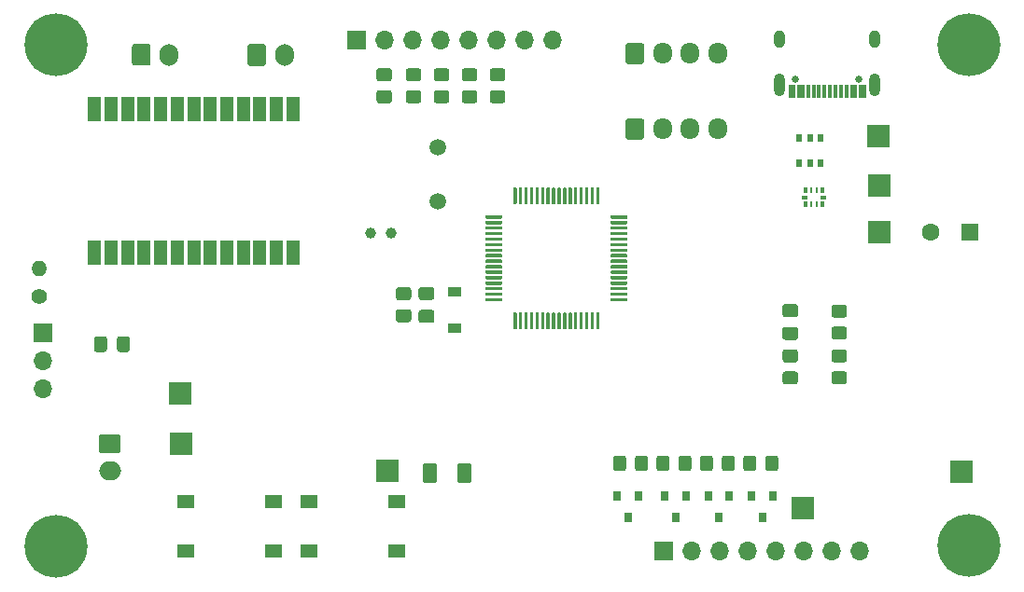
<source format=gbr>
G04 #@! TF.GenerationSoftware,KiCad,Pcbnew,5.1.8*
G04 #@! TF.CreationDate,2020-11-19T15:54:23+08:00*
G04 #@! TF.ProjectId,Main,4d61696e-2e6b-4696-9361-645f70636258,rev?*
G04 #@! TF.SameCoordinates,Original*
G04 #@! TF.FileFunction,Soldermask,Bot*
G04 #@! TF.FilePolarity,Negative*
%FSLAX46Y46*%
G04 Gerber Fmt 4.6, Leading zero omitted, Abs format (unit mm)*
G04 Created by KiCad (PCBNEW 5.1.8) date 2020-11-19 15:54:23*
%MOMM*%
%LPD*%
G01*
G04 APERTURE LIST*
%ADD10O,1.700000X1.700000*%
%ADD11R,1.700000X1.700000*%
%ADD12R,2.000000X2.000000*%
%ADD13O,1.700000X1.950000*%
%ADD14O,1.400000X1.400000*%
%ADD15C,1.400000*%
%ADD16C,1.500000*%
%ADD17C,1.000000*%
%ADD18O,1.700000X2.000000*%
%ADD19R,1.200000X0.900000*%
%ADD20R,0.630000X0.350000*%
%ADD21R,0.250000X0.575000*%
%ADD22R,0.300000X0.575000*%
%ADD23R,0.510000X0.700000*%
%ADD24R,1.600000X1.600000*%
%ADD25C,1.600000*%
%ADD26R,1.200000X2.200000*%
%ADD27R,1.550000X1.300000*%
%ADD28R,0.800000X0.900000*%
%ADD29O,1.000000X2.100000*%
%ADD30O,1.000000X1.600000*%
%ADD31C,0.650000*%
%ADD32R,0.300000X1.150000*%
%ADD33C,5.700000*%
%ADD34O,2.000000X1.700000*%
G04 APERTURE END LIST*
G04 #@! TO.C,U2*
G36*
G01*
X185457000Y-98640500D02*
X185457000Y-97240500D01*
G75*
G02*
X185532000Y-97165500I75000J0D01*
G01*
X185682000Y-97165500D01*
G75*
G02*
X185757000Y-97240500I0J-75000D01*
G01*
X185757000Y-98640500D01*
G75*
G02*
X185682000Y-98715500I-75000J0D01*
G01*
X185532000Y-98715500D01*
G75*
G02*
X185457000Y-98640500I0J75000D01*
G01*
G37*
G36*
G01*
X185957000Y-98640500D02*
X185957000Y-97240500D01*
G75*
G02*
X186032000Y-97165500I75000J0D01*
G01*
X186182000Y-97165500D01*
G75*
G02*
X186257000Y-97240500I0J-75000D01*
G01*
X186257000Y-98640500D01*
G75*
G02*
X186182000Y-98715500I-75000J0D01*
G01*
X186032000Y-98715500D01*
G75*
G02*
X185957000Y-98640500I0J75000D01*
G01*
G37*
G36*
G01*
X186457000Y-98640500D02*
X186457000Y-97240500D01*
G75*
G02*
X186532000Y-97165500I75000J0D01*
G01*
X186682000Y-97165500D01*
G75*
G02*
X186757000Y-97240500I0J-75000D01*
G01*
X186757000Y-98640500D01*
G75*
G02*
X186682000Y-98715500I-75000J0D01*
G01*
X186532000Y-98715500D01*
G75*
G02*
X186457000Y-98640500I0J75000D01*
G01*
G37*
G36*
G01*
X186957000Y-98640500D02*
X186957000Y-97240500D01*
G75*
G02*
X187032000Y-97165500I75000J0D01*
G01*
X187182000Y-97165500D01*
G75*
G02*
X187257000Y-97240500I0J-75000D01*
G01*
X187257000Y-98640500D01*
G75*
G02*
X187182000Y-98715500I-75000J0D01*
G01*
X187032000Y-98715500D01*
G75*
G02*
X186957000Y-98640500I0J75000D01*
G01*
G37*
G36*
G01*
X187457000Y-98640500D02*
X187457000Y-97240500D01*
G75*
G02*
X187532000Y-97165500I75000J0D01*
G01*
X187682000Y-97165500D01*
G75*
G02*
X187757000Y-97240500I0J-75000D01*
G01*
X187757000Y-98640500D01*
G75*
G02*
X187682000Y-98715500I-75000J0D01*
G01*
X187532000Y-98715500D01*
G75*
G02*
X187457000Y-98640500I0J75000D01*
G01*
G37*
G36*
G01*
X187957000Y-98640500D02*
X187957000Y-97240500D01*
G75*
G02*
X188032000Y-97165500I75000J0D01*
G01*
X188182000Y-97165500D01*
G75*
G02*
X188257000Y-97240500I0J-75000D01*
G01*
X188257000Y-98640500D01*
G75*
G02*
X188182000Y-98715500I-75000J0D01*
G01*
X188032000Y-98715500D01*
G75*
G02*
X187957000Y-98640500I0J75000D01*
G01*
G37*
G36*
G01*
X188457000Y-98640500D02*
X188457000Y-97240500D01*
G75*
G02*
X188532000Y-97165500I75000J0D01*
G01*
X188682000Y-97165500D01*
G75*
G02*
X188757000Y-97240500I0J-75000D01*
G01*
X188757000Y-98640500D01*
G75*
G02*
X188682000Y-98715500I-75000J0D01*
G01*
X188532000Y-98715500D01*
G75*
G02*
X188457000Y-98640500I0J75000D01*
G01*
G37*
G36*
G01*
X188957000Y-98640500D02*
X188957000Y-97240500D01*
G75*
G02*
X189032000Y-97165500I75000J0D01*
G01*
X189182000Y-97165500D01*
G75*
G02*
X189257000Y-97240500I0J-75000D01*
G01*
X189257000Y-98640500D01*
G75*
G02*
X189182000Y-98715500I-75000J0D01*
G01*
X189032000Y-98715500D01*
G75*
G02*
X188957000Y-98640500I0J75000D01*
G01*
G37*
G36*
G01*
X189457000Y-98640500D02*
X189457000Y-97240500D01*
G75*
G02*
X189532000Y-97165500I75000J0D01*
G01*
X189682000Y-97165500D01*
G75*
G02*
X189757000Y-97240500I0J-75000D01*
G01*
X189757000Y-98640500D01*
G75*
G02*
X189682000Y-98715500I-75000J0D01*
G01*
X189532000Y-98715500D01*
G75*
G02*
X189457000Y-98640500I0J75000D01*
G01*
G37*
G36*
G01*
X189957000Y-98640500D02*
X189957000Y-97240500D01*
G75*
G02*
X190032000Y-97165500I75000J0D01*
G01*
X190182000Y-97165500D01*
G75*
G02*
X190257000Y-97240500I0J-75000D01*
G01*
X190257000Y-98640500D01*
G75*
G02*
X190182000Y-98715500I-75000J0D01*
G01*
X190032000Y-98715500D01*
G75*
G02*
X189957000Y-98640500I0J75000D01*
G01*
G37*
G36*
G01*
X190457000Y-98640500D02*
X190457000Y-97240500D01*
G75*
G02*
X190532000Y-97165500I75000J0D01*
G01*
X190682000Y-97165500D01*
G75*
G02*
X190757000Y-97240500I0J-75000D01*
G01*
X190757000Y-98640500D01*
G75*
G02*
X190682000Y-98715500I-75000J0D01*
G01*
X190532000Y-98715500D01*
G75*
G02*
X190457000Y-98640500I0J75000D01*
G01*
G37*
G36*
G01*
X190957000Y-98640500D02*
X190957000Y-97240500D01*
G75*
G02*
X191032000Y-97165500I75000J0D01*
G01*
X191182000Y-97165500D01*
G75*
G02*
X191257000Y-97240500I0J-75000D01*
G01*
X191257000Y-98640500D01*
G75*
G02*
X191182000Y-98715500I-75000J0D01*
G01*
X191032000Y-98715500D01*
G75*
G02*
X190957000Y-98640500I0J75000D01*
G01*
G37*
G36*
G01*
X191457000Y-98640500D02*
X191457000Y-97240500D01*
G75*
G02*
X191532000Y-97165500I75000J0D01*
G01*
X191682000Y-97165500D01*
G75*
G02*
X191757000Y-97240500I0J-75000D01*
G01*
X191757000Y-98640500D01*
G75*
G02*
X191682000Y-98715500I-75000J0D01*
G01*
X191532000Y-98715500D01*
G75*
G02*
X191457000Y-98640500I0J75000D01*
G01*
G37*
G36*
G01*
X191957000Y-98640500D02*
X191957000Y-97240500D01*
G75*
G02*
X192032000Y-97165500I75000J0D01*
G01*
X192182000Y-97165500D01*
G75*
G02*
X192257000Y-97240500I0J-75000D01*
G01*
X192257000Y-98640500D01*
G75*
G02*
X192182000Y-98715500I-75000J0D01*
G01*
X192032000Y-98715500D01*
G75*
G02*
X191957000Y-98640500I0J75000D01*
G01*
G37*
G36*
G01*
X192457000Y-98640500D02*
X192457000Y-97240500D01*
G75*
G02*
X192532000Y-97165500I75000J0D01*
G01*
X192682000Y-97165500D01*
G75*
G02*
X192757000Y-97240500I0J-75000D01*
G01*
X192757000Y-98640500D01*
G75*
G02*
X192682000Y-98715500I-75000J0D01*
G01*
X192532000Y-98715500D01*
G75*
G02*
X192457000Y-98640500I0J75000D01*
G01*
G37*
G36*
G01*
X192957000Y-98640500D02*
X192957000Y-97240500D01*
G75*
G02*
X193032000Y-97165500I75000J0D01*
G01*
X193182000Y-97165500D01*
G75*
G02*
X193257000Y-97240500I0J-75000D01*
G01*
X193257000Y-98640500D01*
G75*
G02*
X193182000Y-98715500I-75000J0D01*
G01*
X193032000Y-98715500D01*
G75*
G02*
X192957000Y-98640500I0J75000D01*
G01*
G37*
G36*
G01*
X194257000Y-96090500D02*
X194257000Y-95940500D01*
G75*
G02*
X194332000Y-95865500I75000J0D01*
G01*
X195732000Y-95865500D01*
G75*
G02*
X195807000Y-95940500I0J-75000D01*
G01*
X195807000Y-96090500D01*
G75*
G02*
X195732000Y-96165500I-75000J0D01*
G01*
X194332000Y-96165500D01*
G75*
G02*
X194257000Y-96090500I0J75000D01*
G01*
G37*
G36*
G01*
X194257000Y-95590500D02*
X194257000Y-95440500D01*
G75*
G02*
X194332000Y-95365500I75000J0D01*
G01*
X195732000Y-95365500D01*
G75*
G02*
X195807000Y-95440500I0J-75000D01*
G01*
X195807000Y-95590500D01*
G75*
G02*
X195732000Y-95665500I-75000J0D01*
G01*
X194332000Y-95665500D01*
G75*
G02*
X194257000Y-95590500I0J75000D01*
G01*
G37*
G36*
G01*
X194257000Y-95090500D02*
X194257000Y-94940500D01*
G75*
G02*
X194332000Y-94865500I75000J0D01*
G01*
X195732000Y-94865500D01*
G75*
G02*
X195807000Y-94940500I0J-75000D01*
G01*
X195807000Y-95090500D01*
G75*
G02*
X195732000Y-95165500I-75000J0D01*
G01*
X194332000Y-95165500D01*
G75*
G02*
X194257000Y-95090500I0J75000D01*
G01*
G37*
G36*
G01*
X194257000Y-94590500D02*
X194257000Y-94440500D01*
G75*
G02*
X194332000Y-94365500I75000J0D01*
G01*
X195732000Y-94365500D01*
G75*
G02*
X195807000Y-94440500I0J-75000D01*
G01*
X195807000Y-94590500D01*
G75*
G02*
X195732000Y-94665500I-75000J0D01*
G01*
X194332000Y-94665500D01*
G75*
G02*
X194257000Y-94590500I0J75000D01*
G01*
G37*
G36*
G01*
X194257000Y-94090500D02*
X194257000Y-93940500D01*
G75*
G02*
X194332000Y-93865500I75000J0D01*
G01*
X195732000Y-93865500D01*
G75*
G02*
X195807000Y-93940500I0J-75000D01*
G01*
X195807000Y-94090500D01*
G75*
G02*
X195732000Y-94165500I-75000J0D01*
G01*
X194332000Y-94165500D01*
G75*
G02*
X194257000Y-94090500I0J75000D01*
G01*
G37*
G36*
G01*
X194257000Y-93590500D02*
X194257000Y-93440500D01*
G75*
G02*
X194332000Y-93365500I75000J0D01*
G01*
X195732000Y-93365500D01*
G75*
G02*
X195807000Y-93440500I0J-75000D01*
G01*
X195807000Y-93590500D01*
G75*
G02*
X195732000Y-93665500I-75000J0D01*
G01*
X194332000Y-93665500D01*
G75*
G02*
X194257000Y-93590500I0J75000D01*
G01*
G37*
G36*
G01*
X194257000Y-93090500D02*
X194257000Y-92940500D01*
G75*
G02*
X194332000Y-92865500I75000J0D01*
G01*
X195732000Y-92865500D01*
G75*
G02*
X195807000Y-92940500I0J-75000D01*
G01*
X195807000Y-93090500D01*
G75*
G02*
X195732000Y-93165500I-75000J0D01*
G01*
X194332000Y-93165500D01*
G75*
G02*
X194257000Y-93090500I0J75000D01*
G01*
G37*
G36*
G01*
X194257000Y-92590500D02*
X194257000Y-92440500D01*
G75*
G02*
X194332000Y-92365500I75000J0D01*
G01*
X195732000Y-92365500D01*
G75*
G02*
X195807000Y-92440500I0J-75000D01*
G01*
X195807000Y-92590500D01*
G75*
G02*
X195732000Y-92665500I-75000J0D01*
G01*
X194332000Y-92665500D01*
G75*
G02*
X194257000Y-92590500I0J75000D01*
G01*
G37*
G36*
G01*
X194257000Y-92090500D02*
X194257000Y-91940500D01*
G75*
G02*
X194332000Y-91865500I75000J0D01*
G01*
X195732000Y-91865500D01*
G75*
G02*
X195807000Y-91940500I0J-75000D01*
G01*
X195807000Y-92090500D01*
G75*
G02*
X195732000Y-92165500I-75000J0D01*
G01*
X194332000Y-92165500D01*
G75*
G02*
X194257000Y-92090500I0J75000D01*
G01*
G37*
G36*
G01*
X194257000Y-91590500D02*
X194257000Y-91440500D01*
G75*
G02*
X194332000Y-91365500I75000J0D01*
G01*
X195732000Y-91365500D01*
G75*
G02*
X195807000Y-91440500I0J-75000D01*
G01*
X195807000Y-91590500D01*
G75*
G02*
X195732000Y-91665500I-75000J0D01*
G01*
X194332000Y-91665500D01*
G75*
G02*
X194257000Y-91590500I0J75000D01*
G01*
G37*
G36*
G01*
X194257000Y-91090500D02*
X194257000Y-90940500D01*
G75*
G02*
X194332000Y-90865500I75000J0D01*
G01*
X195732000Y-90865500D01*
G75*
G02*
X195807000Y-90940500I0J-75000D01*
G01*
X195807000Y-91090500D01*
G75*
G02*
X195732000Y-91165500I-75000J0D01*
G01*
X194332000Y-91165500D01*
G75*
G02*
X194257000Y-91090500I0J75000D01*
G01*
G37*
G36*
G01*
X194257000Y-90590500D02*
X194257000Y-90440500D01*
G75*
G02*
X194332000Y-90365500I75000J0D01*
G01*
X195732000Y-90365500D01*
G75*
G02*
X195807000Y-90440500I0J-75000D01*
G01*
X195807000Y-90590500D01*
G75*
G02*
X195732000Y-90665500I-75000J0D01*
G01*
X194332000Y-90665500D01*
G75*
G02*
X194257000Y-90590500I0J75000D01*
G01*
G37*
G36*
G01*
X194257000Y-90090500D02*
X194257000Y-89940500D01*
G75*
G02*
X194332000Y-89865500I75000J0D01*
G01*
X195732000Y-89865500D01*
G75*
G02*
X195807000Y-89940500I0J-75000D01*
G01*
X195807000Y-90090500D01*
G75*
G02*
X195732000Y-90165500I-75000J0D01*
G01*
X194332000Y-90165500D01*
G75*
G02*
X194257000Y-90090500I0J75000D01*
G01*
G37*
G36*
G01*
X194257000Y-89590500D02*
X194257000Y-89440500D01*
G75*
G02*
X194332000Y-89365500I75000J0D01*
G01*
X195732000Y-89365500D01*
G75*
G02*
X195807000Y-89440500I0J-75000D01*
G01*
X195807000Y-89590500D01*
G75*
G02*
X195732000Y-89665500I-75000J0D01*
G01*
X194332000Y-89665500D01*
G75*
G02*
X194257000Y-89590500I0J75000D01*
G01*
G37*
G36*
G01*
X194257000Y-89090500D02*
X194257000Y-88940500D01*
G75*
G02*
X194332000Y-88865500I75000J0D01*
G01*
X195732000Y-88865500D01*
G75*
G02*
X195807000Y-88940500I0J-75000D01*
G01*
X195807000Y-89090500D01*
G75*
G02*
X195732000Y-89165500I-75000J0D01*
G01*
X194332000Y-89165500D01*
G75*
G02*
X194257000Y-89090500I0J75000D01*
G01*
G37*
G36*
G01*
X194257000Y-88590500D02*
X194257000Y-88440500D01*
G75*
G02*
X194332000Y-88365500I75000J0D01*
G01*
X195732000Y-88365500D01*
G75*
G02*
X195807000Y-88440500I0J-75000D01*
G01*
X195807000Y-88590500D01*
G75*
G02*
X195732000Y-88665500I-75000J0D01*
G01*
X194332000Y-88665500D01*
G75*
G02*
X194257000Y-88590500I0J75000D01*
G01*
G37*
G36*
G01*
X192957000Y-87290500D02*
X192957000Y-85890500D01*
G75*
G02*
X193032000Y-85815500I75000J0D01*
G01*
X193182000Y-85815500D01*
G75*
G02*
X193257000Y-85890500I0J-75000D01*
G01*
X193257000Y-87290500D01*
G75*
G02*
X193182000Y-87365500I-75000J0D01*
G01*
X193032000Y-87365500D01*
G75*
G02*
X192957000Y-87290500I0J75000D01*
G01*
G37*
G36*
G01*
X192457000Y-87290500D02*
X192457000Y-85890500D01*
G75*
G02*
X192532000Y-85815500I75000J0D01*
G01*
X192682000Y-85815500D01*
G75*
G02*
X192757000Y-85890500I0J-75000D01*
G01*
X192757000Y-87290500D01*
G75*
G02*
X192682000Y-87365500I-75000J0D01*
G01*
X192532000Y-87365500D01*
G75*
G02*
X192457000Y-87290500I0J75000D01*
G01*
G37*
G36*
G01*
X191957000Y-87290500D02*
X191957000Y-85890500D01*
G75*
G02*
X192032000Y-85815500I75000J0D01*
G01*
X192182000Y-85815500D01*
G75*
G02*
X192257000Y-85890500I0J-75000D01*
G01*
X192257000Y-87290500D01*
G75*
G02*
X192182000Y-87365500I-75000J0D01*
G01*
X192032000Y-87365500D01*
G75*
G02*
X191957000Y-87290500I0J75000D01*
G01*
G37*
G36*
G01*
X191457000Y-87290500D02*
X191457000Y-85890500D01*
G75*
G02*
X191532000Y-85815500I75000J0D01*
G01*
X191682000Y-85815500D01*
G75*
G02*
X191757000Y-85890500I0J-75000D01*
G01*
X191757000Y-87290500D01*
G75*
G02*
X191682000Y-87365500I-75000J0D01*
G01*
X191532000Y-87365500D01*
G75*
G02*
X191457000Y-87290500I0J75000D01*
G01*
G37*
G36*
G01*
X190957000Y-87290500D02*
X190957000Y-85890500D01*
G75*
G02*
X191032000Y-85815500I75000J0D01*
G01*
X191182000Y-85815500D01*
G75*
G02*
X191257000Y-85890500I0J-75000D01*
G01*
X191257000Y-87290500D01*
G75*
G02*
X191182000Y-87365500I-75000J0D01*
G01*
X191032000Y-87365500D01*
G75*
G02*
X190957000Y-87290500I0J75000D01*
G01*
G37*
G36*
G01*
X190457000Y-87290500D02*
X190457000Y-85890500D01*
G75*
G02*
X190532000Y-85815500I75000J0D01*
G01*
X190682000Y-85815500D01*
G75*
G02*
X190757000Y-85890500I0J-75000D01*
G01*
X190757000Y-87290500D01*
G75*
G02*
X190682000Y-87365500I-75000J0D01*
G01*
X190532000Y-87365500D01*
G75*
G02*
X190457000Y-87290500I0J75000D01*
G01*
G37*
G36*
G01*
X189957000Y-87290500D02*
X189957000Y-85890500D01*
G75*
G02*
X190032000Y-85815500I75000J0D01*
G01*
X190182000Y-85815500D01*
G75*
G02*
X190257000Y-85890500I0J-75000D01*
G01*
X190257000Y-87290500D01*
G75*
G02*
X190182000Y-87365500I-75000J0D01*
G01*
X190032000Y-87365500D01*
G75*
G02*
X189957000Y-87290500I0J75000D01*
G01*
G37*
G36*
G01*
X189457000Y-87290500D02*
X189457000Y-85890500D01*
G75*
G02*
X189532000Y-85815500I75000J0D01*
G01*
X189682000Y-85815500D01*
G75*
G02*
X189757000Y-85890500I0J-75000D01*
G01*
X189757000Y-87290500D01*
G75*
G02*
X189682000Y-87365500I-75000J0D01*
G01*
X189532000Y-87365500D01*
G75*
G02*
X189457000Y-87290500I0J75000D01*
G01*
G37*
G36*
G01*
X188957000Y-87290500D02*
X188957000Y-85890500D01*
G75*
G02*
X189032000Y-85815500I75000J0D01*
G01*
X189182000Y-85815500D01*
G75*
G02*
X189257000Y-85890500I0J-75000D01*
G01*
X189257000Y-87290500D01*
G75*
G02*
X189182000Y-87365500I-75000J0D01*
G01*
X189032000Y-87365500D01*
G75*
G02*
X188957000Y-87290500I0J75000D01*
G01*
G37*
G36*
G01*
X188457000Y-87290500D02*
X188457000Y-85890500D01*
G75*
G02*
X188532000Y-85815500I75000J0D01*
G01*
X188682000Y-85815500D01*
G75*
G02*
X188757000Y-85890500I0J-75000D01*
G01*
X188757000Y-87290500D01*
G75*
G02*
X188682000Y-87365500I-75000J0D01*
G01*
X188532000Y-87365500D01*
G75*
G02*
X188457000Y-87290500I0J75000D01*
G01*
G37*
G36*
G01*
X187957000Y-87290500D02*
X187957000Y-85890500D01*
G75*
G02*
X188032000Y-85815500I75000J0D01*
G01*
X188182000Y-85815500D01*
G75*
G02*
X188257000Y-85890500I0J-75000D01*
G01*
X188257000Y-87290500D01*
G75*
G02*
X188182000Y-87365500I-75000J0D01*
G01*
X188032000Y-87365500D01*
G75*
G02*
X187957000Y-87290500I0J75000D01*
G01*
G37*
G36*
G01*
X187457000Y-87290500D02*
X187457000Y-85890500D01*
G75*
G02*
X187532000Y-85815500I75000J0D01*
G01*
X187682000Y-85815500D01*
G75*
G02*
X187757000Y-85890500I0J-75000D01*
G01*
X187757000Y-87290500D01*
G75*
G02*
X187682000Y-87365500I-75000J0D01*
G01*
X187532000Y-87365500D01*
G75*
G02*
X187457000Y-87290500I0J75000D01*
G01*
G37*
G36*
G01*
X186957000Y-87290500D02*
X186957000Y-85890500D01*
G75*
G02*
X187032000Y-85815500I75000J0D01*
G01*
X187182000Y-85815500D01*
G75*
G02*
X187257000Y-85890500I0J-75000D01*
G01*
X187257000Y-87290500D01*
G75*
G02*
X187182000Y-87365500I-75000J0D01*
G01*
X187032000Y-87365500D01*
G75*
G02*
X186957000Y-87290500I0J75000D01*
G01*
G37*
G36*
G01*
X186457000Y-87290500D02*
X186457000Y-85890500D01*
G75*
G02*
X186532000Y-85815500I75000J0D01*
G01*
X186682000Y-85815500D01*
G75*
G02*
X186757000Y-85890500I0J-75000D01*
G01*
X186757000Y-87290500D01*
G75*
G02*
X186682000Y-87365500I-75000J0D01*
G01*
X186532000Y-87365500D01*
G75*
G02*
X186457000Y-87290500I0J75000D01*
G01*
G37*
G36*
G01*
X185957000Y-87290500D02*
X185957000Y-85890500D01*
G75*
G02*
X186032000Y-85815500I75000J0D01*
G01*
X186182000Y-85815500D01*
G75*
G02*
X186257000Y-85890500I0J-75000D01*
G01*
X186257000Y-87290500D01*
G75*
G02*
X186182000Y-87365500I-75000J0D01*
G01*
X186032000Y-87365500D01*
G75*
G02*
X185957000Y-87290500I0J75000D01*
G01*
G37*
G36*
G01*
X185457000Y-87290500D02*
X185457000Y-85890500D01*
G75*
G02*
X185532000Y-85815500I75000J0D01*
G01*
X185682000Y-85815500D01*
G75*
G02*
X185757000Y-85890500I0J-75000D01*
G01*
X185757000Y-87290500D01*
G75*
G02*
X185682000Y-87365500I-75000J0D01*
G01*
X185532000Y-87365500D01*
G75*
G02*
X185457000Y-87290500I0J75000D01*
G01*
G37*
G36*
G01*
X182907000Y-88590500D02*
X182907000Y-88440500D01*
G75*
G02*
X182982000Y-88365500I75000J0D01*
G01*
X184382000Y-88365500D01*
G75*
G02*
X184457000Y-88440500I0J-75000D01*
G01*
X184457000Y-88590500D01*
G75*
G02*
X184382000Y-88665500I-75000J0D01*
G01*
X182982000Y-88665500D01*
G75*
G02*
X182907000Y-88590500I0J75000D01*
G01*
G37*
G36*
G01*
X182907000Y-89090500D02*
X182907000Y-88940500D01*
G75*
G02*
X182982000Y-88865500I75000J0D01*
G01*
X184382000Y-88865500D01*
G75*
G02*
X184457000Y-88940500I0J-75000D01*
G01*
X184457000Y-89090500D01*
G75*
G02*
X184382000Y-89165500I-75000J0D01*
G01*
X182982000Y-89165500D01*
G75*
G02*
X182907000Y-89090500I0J75000D01*
G01*
G37*
G36*
G01*
X182907000Y-89590500D02*
X182907000Y-89440500D01*
G75*
G02*
X182982000Y-89365500I75000J0D01*
G01*
X184382000Y-89365500D01*
G75*
G02*
X184457000Y-89440500I0J-75000D01*
G01*
X184457000Y-89590500D01*
G75*
G02*
X184382000Y-89665500I-75000J0D01*
G01*
X182982000Y-89665500D01*
G75*
G02*
X182907000Y-89590500I0J75000D01*
G01*
G37*
G36*
G01*
X182907000Y-90090500D02*
X182907000Y-89940500D01*
G75*
G02*
X182982000Y-89865500I75000J0D01*
G01*
X184382000Y-89865500D01*
G75*
G02*
X184457000Y-89940500I0J-75000D01*
G01*
X184457000Y-90090500D01*
G75*
G02*
X184382000Y-90165500I-75000J0D01*
G01*
X182982000Y-90165500D01*
G75*
G02*
X182907000Y-90090500I0J75000D01*
G01*
G37*
G36*
G01*
X182907000Y-90590500D02*
X182907000Y-90440500D01*
G75*
G02*
X182982000Y-90365500I75000J0D01*
G01*
X184382000Y-90365500D01*
G75*
G02*
X184457000Y-90440500I0J-75000D01*
G01*
X184457000Y-90590500D01*
G75*
G02*
X184382000Y-90665500I-75000J0D01*
G01*
X182982000Y-90665500D01*
G75*
G02*
X182907000Y-90590500I0J75000D01*
G01*
G37*
G36*
G01*
X182907000Y-91090500D02*
X182907000Y-90940500D01*
G75*
G02*
X182982000Y-90865500I75000J0D01*
G01*
X184382000Y-90865500D01*
G75*
G02*
X184457000Y-90940500I0J-75000D01*
G01*
X184457000Y-91090500D01*
G75*
G02*
X184382000Y-91165500I-75000J0D01*
G01*
X182982000Y-91165500D01*
G75*
G02*
X182907000Y-91090500I0J75000D01*
G01*
G37*
G36*
G01*
X182907000Y-91590500D02*
X182907000Y-91440500D01*
G75*
G02*
X182982000Y-91365500I75000J0D01*
G01*
X184382000Y-91365500D01*
G75*
G02*
X184457000Y-91440500I0J-75000D01*
G01*
X184457000Y-91590500D01*
G75*
G02*
X184382000Y-91665500I-75000J0D01*
G01*
X182982000Y-91665500D01*
G75*
G02*
X182907000Y-91590500I0J75000D01*
G01*
G37*
G36*
G01*
X182907000Y-92090500D02*
X182907000Y-91940500D01*
G75*
G02*
X182982000Y-91865500I75000J0D01*
G01*
X184382000Y-91865500D01*
G75*
G02*
X184457000Y-91940500I0J-75000D01*
G01*
X184457000Y-92090500D01*
G75*
G02*
X184382000Y-92165500I-75000J0D01*
G01*
X182982000Y-92165500D01*
G75*
G02*
X182907000Y-92090500I0J75000D01*
G01*
G37*
G36*
G01*
X182907000Y-92590500D02*
X182907000Y-92440500D01*
G75*
G02*
X182982000Y-92365500I75000J0D01*
G01*
X184382000Y-92365500D01*
G75*
G02*
X184457000Y-92440500I0J-75000D01*
G01*
X184457000Y-92590500D01*
G75*
G02*
X184382000Y-92665500I-75000J0D01*
G01*
X182982000Y-92665500D01*
G75*
G02*
X182907000Y-92590500I0J75000D01*
G01*
G37*
G36*
G01*
X182907000Y-93090500D02*
X182907000Y-92940500D01*
G75*
G02*
X182982000Y-92865500I75000J0D01*
G01*
X184382000Y-92865500D01*
G75*
G02*
X184457000Y-92940500I0J-75000D01*
G01*
X184457000Y-93090500D01*
G75*
G02*
X184382000Y-93165500I-75000J0D01*
G01*
X182982000Y-93165500D01*
G75*
G02*
X182907000Y-93090500I0J75000D01*
G01*
G37*
G36*
G01*
X182907000Y-93590500D02*
X182907000Y-93440500D01*
G75*
G02*
X182982000Y-93365500I75000J0D01*
G01*
X184382000Y-93365500D01*
G75*
G02*
X184457000Y-93440500I0J-75000D01*
G01*
X184457000Y-93590500D01*
G75*
G02*
X184382000Y-93665500I-75000J0D01*
G01*
X182982000Y-93665500D01*
G75*
G02*
X182907000Y-93590500I0J75000D01*
G01*
G37*
G36*
G01*
X182907000Y-94090500D02*
X182907000Y-93940500D01*
G75*
G02*
X182982000Y-93865500I75000J0D01*
G01*
X184382000Y-93865500D01*
G75*
G02*
X184457000Y-93940500I0J-75000D01*
G01*
X184457000Y-94090500D01*
G75*
G02*
X184382000Y-94165500I-75000J0D01*
G01*
X182982000Y-94165500D01*
G75*
G02*
X182907000Y-94090500I0J75000D01*
G01*
G37*
G36*
G01*
X182907000Y-94590500D02*
X182907000Y-94440500D01*
G75*
G02*
X182982000Y-94365500I75000J0D01*
G01*
X184382000Y-94365500D01*
G75*
G02*
X184457000Y-94440500I0J-75000D01*
G01*
X184457000Y-94590500D01*
G75*
G02*
X184382000Y-94665500I-75000J0D01*
G01*
X182982000Y-94665500D01*
G75*
G02*
X182907000Y-94590500I0J75000D01*
G01*
G37*
G36*
G01*
X182907000Y-95090500D02*
X182907000Y-94940500D01*
G75*
G02*
X182982000Y-94865500I75000J0D01*
G01*
X184382000Y-94865500D01*
G75*
G02*
X184457000Y-94940500I0J-75000D01*
G01*
X184457000Y-95090500D01*
G75*
G02*
X184382000Y-95165500I-75000J0D01*
G01*
X182982000Y-95165500D01*
G75*
G02*
X182907000Y-95090500I0J75000D01*
G01*
G37*
G36*
G01*
X182907000Y-95590500D02*
X182907000Y-95440500D01*
G75*
G02*
X182982000Y-95365500I75000J0D01*
G01*
X184382000Y-95365500D01*
G75*
G02*
X184457000Y-95440500I0J-75000D01*
G01*
X184457000Y-95590500D01*
G75*
G02*
X184382000Y-95665500I-75000J0D01*
G01*
X182982000Y-95665500D01*
G75*
G02*
X182907000Y-95590500I0J75000D01*
G01*
G37*
G36*
G01*
X182907000Y-96090500D02*
X182907000Y-95940500D01*
G75*
G02*
X182982000Y-95865500I75000J0D01*
G01*
X184382000Y-95865500D01*
G75*
G02*
X184457000Y-95940500I0J-75000D01*
G01*
X184457000Y-96090500D01*
G75*
G02*
X184382000Y-96165500I-75000J0D01*
G01*
X182982000Y-96165500D01*
G75*
G02*
X182907000Y-96090500I0J75000D01*
G01*
G37*
G04 #@! TD*
D10*
G04 #@! TO.C,J5*
X142748000Y-104140000D03*
X142748000Y-101600000D03*
D11*
X142748000Y-99060000D03*
G04 #@! TD*
D12*
G04 #@! TO.C,TP8*
X155194000Y-104521000D03*
G04 #@! TD*
D13*
G04 #@! TO.C,J2*
X203969000Y-73660000D03*
X201469000Y-73660000D03*
X198969000Y-73660000D03*
G36*
G01*
X195619000Y-74385000D02*
X195619000Y-72935000D01*
G75*
G02*
X195869000Y-72685000I250000J0D01*
G01*
X197069000Y-72685000D01*
G75*
G02*
X197319000Y-72935000I0J-250000D01*
G01*
X197319000Y-74385000D01*
G75*
G02*
X197069000Y-74635000I-250000J0D01*
G01*
X195869000Y-74635000D01*
G75*
G02*
X195619000Y-74385000I0J250000D01*
G01*
G37*
G04 #@! TD*
G04 #@! TO.C,J1*
X203969000Y-80518000D03*
X201469000Y-80518000D03*
X198969000Y-80518000D03*
G36*
G01*
X195619000Y-81243000D02*
X195619000Y-79793000D01*
G75*
G02*
X195869000Y-79543000I250000J0D01*
G01*
X197069000Y-79543000D01*
G75*
G02*
X197319000Y-79793000I0J-250000D01*
G01*
X197319000Y-81243000D01*
G75*
G02*
X197069000Y-81493000I-250000J0D01*
G01*
X195869000Y-81493000D01*
G75*
G02*
X195619000Y-81243000I0J250000D01*
G01*
G37*
G04 #@! TD*
G04 #@! TO.C,R39*
G36*
G01*
X196488000Y-111321001D02*
X196488000Y-110420999D01*
G75*
G02*
X196737999Y-110171000I249999J0D01*
G01*
X197438001Y-110171000D01*
G75*
G02*
X197688000Y-110420999I0J-249999D01*
G01*
X197688000Y-111321001D01*
G75*
G02*
X197438001Y-111571000I-249999J0D01*
G01*
X196737999Y-111571000D01*
G75*
G02*
X196488000Y-111321001I0J249999D01*
G01*
G37*
G36*
G01*
X194488000Y-111321001D02*
X194488000Y-110420999D01*
G75*
G02*
X194737999Y-110171000I249999J0D01*
G01*
X195438001Y-110171000D01*
G75*
G02*
X195688000Y-110420999I0J-249999D01*
G01*
X195688000Y-111321001D01*
G75*
G02*
X195438001Y-111571000I-249999J0D01*
G01*
X194737999Y-111571000D01*
G75*
G02*
X194488000Y-111321001I0J249999D01*
G01*
G37*
G04 #@! TD*
G04 #@! TO.C,R38*
G36*
G01*
X200425000Y-111321001D02*
X200425000Y-110420999D01*
G75*
G02*
X200674999Y-110171000I249999J0D01*
G01*
X201375001Y-110171000D01*
G75*
G02*
X201625000Y-110420999I0J-249999D01*
G01*
X201625000Y-111321001D01*
G75*
G02*
X201375001Y-111571000I-249999J0D01*
G01*
X200674999Y-111571000D01*
G75*
G02*
X200425000Y-111321001I0J249999D01*
G01*
G37*
G36*
G01*
X198425000Y-111321001D02*
X198425000Y-110420999D01*
G75*
G02*
X198674999Y-110171000I249999J0D01*
G01*
X199375001Y-110171000D01*
G75*
G02*
X199625000Y-110420999I0J-249999D01*
G01*
X199625000Y-111321001D01*
G75*
G02*
X199375001Y-111571000I-249999J0D01*
G01*
X198674999Y-111571000D01*
G75*
G02*
X198425000Y-111321001I0J249999D01*
G01*
G37*
G04 #@! TD*
G04 #@! TO.C,R37*
G36*
G01*
X204362000Y-111321001D02*
X204362000Y-110420999D01*
G75*
G02*
X204611999Y-110171000I249999J0D01*
G01*
X205312001Y-110171000D01*
G75*
G02*
X205562000Y-110420999I0J-249999D01*
G01*
X205562000Y-111321001D01*
G75*
G02*
X205312001Y-111571000I-249999J0D01*
G01*
X204611999Y-111571000D01*
G75*
G02*
X204362000Y-111321001I0J249999D01*
G01*
G37*
G36*
G01*
X202362000Y-111321001D02*
X202362000Y-110420999D01*
G75*
G02*
X202611999Y-110171000I249999J0D01*
G01*
X203312001Y-110171000D01*
G75*
G02*
X203562000Y-110420999I0J-249999D01*
G01*
X203562000Y-111321001D01*
G75*
G02*
X203312001Y-111571000I-249999J0D01*
G01*
X202611999Y-111571000D01*
G75*
G02*
X202362000Y-111321001I0J249999D01*
G01*
G37*
G04 #@! TD*
G04 #@! TO.C,R36*
G36*
G01*
X208299000Y-111321001D02*
X208299000Y-110420999D01*
G75*
G02*
X208548999Y-110171000I249999J0D01*
G01*
X209249001Y-110171000D01*
G75*
G02*
X209499000Y-110420999I0J-249999D01*
G01*
X209499000Y-111321001D01*
G75*
G02*
X209249001Y-111571000I-249999J0D01*
G01*
X208548999Y-111571000D01*
G75*
G02*
X208299000Y-111321001I0J249999D01*
G01*
G37*
G36*
G01*
X206299000Y-111321001D02*
X206299000Y-110420999D01*
G75*
G02*
X206548999Y-110171000I249999J0D01*
G01*
X207249001Y-110171000D01*
G75*
G02*
X207499000Y-110420999I0J-249999D01*
G01*
X207499000Y-111321001D01*
G75*
G02*
X207249001Y-111571000I-249999J0D01*
G01*
X206548999Y-111571000D01*
G75*
G02*
X206299000Y-111321001I0J249999D01*
G01*
G37*
G04 #@! TD*
G04 #@! TO.C,R28*
G36*
G01*
X210115999Y-102517000D02*
X211016001Y-102517000D01*
G75*
G02*
X211266000Y-102766999I0J-249999D01*
G01*
X211266000Y-103467001D01*
G75*
G02*
X211016001Y-103717000I-249999J0D01*
G01*
X210115999Y-103717000D01*
G75*
G02*
X209866000Y-103467001I0J249999D01*
G01*
X209866000Y-102766999D01*
G75*
G02*
X210115999Y-102517000I249999J0D01*
G01*
G37*
G36*
G01*
X210115999Y-100517000D02*
X211016001Y-100517000D01*
G75*
G02*
X211266000Y-100766999I0J-249999D01*
G01*
X211266000Y-101467001D01*
G75*
G02*
X211016001Y-101717000I-249999J0D01*
G01*
X210115999Y-101717000D01*
G75*
G02*
X209866000Y-101467001I0J249999D01*
G01*
X209866000Y-100766999D01*
G75*
G02*
X210115999Y-100517000I249999J0D01*
G01*
G37*
G04 #@! TD*
G04 #@! TO.C,R26*
G36*
G01*
X215461001Y-101708000D02*
X214560999Y-101708000D01*
G75*
G02*
X214311000Y-101458001I0J249999D01*
G01*
X214311000Y-100757999D01*
G75*
G02*
X214560999Y-100508000I249999J0D01*
G01*
X215461001Y-100508000D01*
G75*
G02*
X215711000Y-100757999I0J-249999D01*
G01*
X215711000Y-101458001D01*
G75*
G02*
X215461001Y-101708000I-249999J0D01*
G01*
G37*
G36*
G01*
X215461001Y-103708000D02*
X214560999Y-103708000D01*
G75*
G02*
X214311000Y-103458001I0J249999D01*
G01*
X214311000Y-102757999D01*
G75*
G02*
X214560999Y-102508000I249999J0D01*
G01*
X215461001Y-102508000D01*
G75*
G02*
X215711000Y-102757999I0J-249999D01*
G01*
X215711000Y-103458001D01*
G75*
G02*
X215461001Y-103708000I-249999J0D01*
G01*
G37*
G04 #@! TD*
G04 #@! TO.C,R25*
G36*
G01*
X215461001Y-97644000D02*
X214560999Y-97644000D01*
G75*
G02*
X214311000Y-97394001I0J249999D01*
G01*
X214311000Y-96693999D01*
G75*
G02*
X214560999Y-96444000I249999J0D01*
G01*
X215461001Y-96444000D01*
G75*
G02*
X215711000Y-96693999I0J-249999D01*
G01*
X215711000Y-97394001D01*
G75*
G02*
X215461001Y-97644000I-249999J0D01*
G01*
G37*
G36*
G01*
X215461001Y-99644000D02*
X214560999Y-99644000D01*
G75*
G02*
X214311000Y-99394001I0J249999D01*
G01*
X214311000Y-98693999D01*
G75*
G02*
X214560999Y-98444000I249999J0D01*
G01*
X215461001Y-98444000D01*
G75*
G02*
X215711000Y-98693999I0J-249999D01*
G01*
X215711000Y-99394001D01*
G75*
G02*
X215461001Y-99644000I-249999J0D01*
G01*
G37*
G04 #@! TD*
G04 #@! TO.C,R9*
G36*
G01*
X175038599Y-96869200D02*
X175938601Y-96869200D01*
G75*
G02*
X176188600Y-97119199I0J-249999D01*
G01*
X176188600Y-97819201D01*
G75*
G02*
X175938601Y-98069200I-249999J0D01*
G01*
X175038599Y-98069200D01*
G75*
G02*
X174788600Y-97819201I0J249999D01*
G01*
X174788600Y-97119199D01*
G75*
G02*
X175038599Y-96869200I249999J0D01*
G01*
G37*
G36*
G01*
X175038599Y-94869200D02*
X175938601Y-94869200D01*
G75*
G02*
X176188600Y-95119199I0J-249999D01*
G01*
X176188600Y-95819201D01*
G75*
G02*
X175938601Y-96069200I-249999J0D01*
G01*
X175038599Y-96069200D01*
G75*
G02*
X174788600Y-95819201I0J249999D01*
G01*
X174788600Y-95119199D01*
G75*
G02*
X175038599Y-94869200I249999J0D01*
G01*
G37*
G04 #@! TD*
G04 #@! TO.C,R8*
G36*
G01*
X174186001Y-76181000D02*
X173285999Y-76181000D01*
G75*
G02*
X173036000Y-75931001I0J249999D01*
G01*
X173036000Y-75230999D01*
G75*
G02*
X173285999Y-74981000I249999J0D01*
G01*
X174186001Y-74981000D01*
G75*
G02*
X174436000Y-75230999I0J-249999D01*
G01*
X174436000Y-75931001D01*
G75*
G02*
X174186001Y-76181000I-249999J0D01*
G01*
G37*
G36*
G01*
X174186001Y-78181000D02*
X173285999Y-78181000D01*
G75*
G02*
X173036000Y-77931001I0J249999D01*
G01*
X173036000Y-77230999D01*
G75*
G02*
X173285999Y-76981000I249999J0D01*
G01*
X174186001Y-76981000D01*
G75*
G02*
X174436000Y-77230999I0J-249999D01*
G01*
X174436000Y-77931001D01*
G75*
G02*
X174186001Y-78181000I-249999J0D01*
G01*
G37*
G04 #@! TD*
G04 #@! TO.C,R7*
G36*
G01*
X176853001Y-76181000D02*
X175952999Y-76181000D01*
G75*
G02*
X175703000Y-75931001I0J249999D01*
G01*
X175703000Y-75230999D01*
G75*
G02*
X175952999Y-74981000I249999J0D01*
G01*
X176853001Y-74981000D01*
G75*
G02*
X177103000Y-75230999I0J-249999D01*
G01*
X177103000Y-75931001D01*
G75*
G02*
X176853001Y-76181000I-249999J0D01*
G01*
G37*
G36*
G01*
X176853001Y-78181000D02*
X175952999Y-78181000D01*
G75*
G02*
X175703000Y-77931001I0J249999D01*
G01*
X175703000Y-77230999D01*
G75*
G02*
X175952999Y-76981000I249999J0D01*
G01*
X176853001Y-76981000D01*
G75*
G02*
X177103000Y-77230999I0J-249999D01*
G01*
X177103000Y-77931001D01*
G75*
G02*
X176853001Y-78181000I-249999J0D01*
G01*
G37*
G04 #@! TD*
G04 #@! TO.C,R6*
G36*
G01*
X179393001Y-76181000D02*
X178492999Y-76181000D01*
G75*
G02*
X178243000Y-75931001I0J249999D01*
G01*
X178243000Y-75230999D01*
G75*
G02*
X178492999Y-74981000I249999J0D01*
G01*
X179393001Y-74981000D01*
G75*
G02*
X179643000Y-75230999I0J-249999D01*
G01*
X179643000Y-75931001D01*
G75*
G02*
X179393001Y-76181000I-249999J0D01*
G01*
G37*
G36*
G01*
X179393001Y-78181000D02*
X178492999Y-78181000D01*
G75*
G02*
X178243000Y-77931001I0J249999D01*
G01*
X178243000Y-77230999D01*
G75*
G02*
X178492999Y-76981000I249999J0D01*
G01*
X179393001Y-76981000D01*
G75*
G02*
X179643000Y-77230999I0J-249999D01*
G01*
X179643000Y-77931001D01*
G75*
G02*
X179393001Y-78181000I-249999J0D01*
G01*
G37*
G04 #@! TD*
G04 #@! TO.C,R5*
G36*
G01*
X181933001Y-76181000D02*
X181032999Y-76181000D01*
G75*
G02*
X180783000Y-75931001I0J249999D01*
G01*
X180783000Y-75230999D01*
G75*
G02*
X181032999Y-74981000I249999J0D01*
G01*
X181933001Y-74981000D01*
G75*
G02*
X182183000Y-75230999I0J-249999D01*
G01*
X182183000Y-75931001D01*
G75*
G02*
X181933001Y-76181000I-249999J0D01*
G01*
G37*
G36*
G01*
X181933001Y-78181000D02*
X181032999Y-78181000D01*
G75*
G02*
X180783000Y-77931001I0J249999D01*
G01*
X180783000Y-77230999D01*
G75*
G02*
X181032999Y-76981000I249999J0D01*
G01*
X181933001Y-76981000D01*
G75*
G02*
X182183000Y-77230999I0J-249999D01*
G01*
X182183000Y-77931001D01*
G75*
G02*
X181933001Y-78181000I-249999J0D01*
G01*
G37*
G04 #@! TD*
G04 #@! TO.C,R4*
G36*
G01*
X184473001Y-76181000D02*
X183572999Y-76181000D01*
G75*
G02*
X183323000Y-75931001I0J249999D01*
G01*
X183323000Y-75230999D01*
G75*
G02*
X183572999Y-74981000I249999J0D01*
G01*
X184473001Y-74981000D01*
G75*
G02*
X184723000Y-75230999I0J-249999D01*
G01*
X184723000Y-75931001D01*
G75*
G02*
X184473001Y-76181000I-249999J0D01*
G01*
G37*
G36*
G01*
X184473001Y-78181000D02*
X183572999Y-78181000D01*
G75*
G02*
X183323000Y-77931001I0J249999D01*
G01*
X183323000Y-77230999D01*
G75*
G02*
X183572999Y-76981000I249999J0D01*
G01*
X184473001Y-76981000D01*
G75*
G02*
X184723000Y-77230999I0J-249999D01*
G01*
X184723000Y-77931001D01*
G75*
G02*
X184473001Y-78181000I-249999J0D01*
G01*
G37*
G04 #@! TD*
G04 #@! TO.C,C42*
G36*
G01*
X149497200Y-100525600D02*
X149497200Y-99575600D01*
G75*
G02*
X149747200Y-99325600I250000J0D01*
G01*
X150422200Y-99325600D01*
G75*
G02*
X150672200Y-99575600I0J-250000D01*
G01*
X150672200Y-100525600D01*
G75*
G02*
X150422200Y-100775600I-250000J0D01*
G01*
X149747200Y-100775600D01*
G75*
G02*
X149497200Y-100525600I0J250000D01*
G01*
G37*
G36*
G01*
X147422200Y-100525600D02*
X147422200Y-99575600D01*
G75*
G02*
X147672200Y-99325600I250000J0D01*
G01*
X148347200Y-99325600D01*
G75*
G02*
X148597200Y-99575600I0J-250000D01*
G01*
X148597200Y-100525600D01*
G75*
G02*
X148347200Y-100775600I-250000J0D01*
G01*
X147672200Y-100775600D01*
G75*
G02*
X147422200Y-100525600I0J250000D01*
G01*
G37*
G04 #@! TD*
G04 #@! TO.C,C34*
G36*
G01*
X211041000Y-97594000D02*
X210091000Y-97594000D01*
G75*
G02*
X209841000Y-97344000I0J250000D01*
G01*
X209841000Y-96669000D01*
G75*
G02*
X210091000Y-96419000I250000J0D01*
G01*
X211041000Y-96419000D01*
G75*
G02*
X211291000Y-96669000I0J-250000D01*
G01*
X211291000Y-97344000D01*
G75*
G02*
X211041000Y-97594000I-250000J0D01*
G01*
G37*
G36*
G01*
X211041000Y-99669000D02*
X210091000Y-99669000D01*
G75*
G02*
X209841000Y-99419000I0J250000D01*
G01*
X209841000Y-98744000D01*
G75*
G02*
X210091000Y-98494000I250000J0D01*
G01*
X211041000Y-98494000D01*
G75*
G02*
X211291000Y-98744000I0J-250000D01*
G01*
X211291000Y-99419000D01*
G75*
G02*
X211041000Y-99669000I-250000J0D01*
G01*
G37*
G04 #@! TD*
G04 #@! TO.C,C30*
G36*
G01*
X180351000Y-112410003D02*
X180351000Y-111109997D01*
G75*
G02*
X180600997Y-110860000I249997J0D01*
G01*
X181426003Y-110860000D01*
G75*
G02*
X181676000Y-111109997I0J-249997D01*
G01*
X181676000Y-112410003D01*
G75*
G02*
X181426003Y-112660000I-249997J0D01*
G01*
X180600997Y-112660000D01*
G75*
G02*
X180351000Y-112410003I0J249997D01*
G01*
G37*
G36*
G01*
X177226000Y-112410003D02*
X177226000Y-111109997D01*
G75*
G02*
X177475997Y-110860000I249997J0D01*
G01*
X178301003Y-110860000D01*
G75*
G02*
X178551000Y-111109997I0J-249997D01*
G01*
X178551000Y-112410003D01*
G75*
G02*
X178301003Y-112660000I-249997J0D01*
G01*
X177475997Y-112660000D01*
G75*
G02*
X177226000Y-112410003I0J249997D01*
G01*
G37*
G04 #@! TD*
G04 #@! TO.C,C13*
G36*
G01*
X177096400Y-96944600D02*
X178046400Y-96944600D01*
G75*
G02*
X178296400Y-97194600I0J-250000D01*
G01*
X178296400Y-97869600D01*
G75*
G02*
X178046400Y-98119600I-250000J0D01*
G01*
X177096400Y-98119600D01*
G75*
G02*
X176846400Y-97869600I0J250000D01*
G01*
X176846400Y-97194600D01*
G75*
G02*
X177096400Y-96944600I250000J0D01*
G01*
G37*
G36*
G01*
X177096400Y-94869600D02*
X178046400Y-94869600D01*
G75*
G02*
X178296400Y-95119600I0J-250000D01*
G01*
X178296400Y-95794600D01*
G75*
G02*
X178046400Y-96044600I-250000J0D01*
G01*
X177096400Y-96044600D01*
G75*
G02*
X176846400Y-95794600I0J250000D01*
G01*
X176846400Y-95119600D01*
G75*
G02*
X177096400Y-94869600I250000J0D01*
G01*
G37*
G04 #@! TD*
D14*
G04 #@! TO.C,TH1*
X142443200Y-93218000D03*
D15*
X142443200Y-95758000D03*
G04 #@! TD*
D16*
G04 #@! TO.C,Y1*
X178638200Y-87074400D03*
X178638200Y-82194400D03*
G04 #@! TD*
D17*
G04 #@! TO.C,Y2*
X174366000Y-89992200D03*
X172466000Y-89992200D03*
G04 #@! TD*
D18*
G04 #@! TO.C,SW3*
X154214200Y-73761600D03*
G36*
G01*
X150864200Y-74511600D02*
X150864200Y-73011600D01*
G75*
G02*
X151114200Y-72761600I250000J0D01*
G01*
X152314200Y-72761600D01*
G75*
G02*
X152564200Y-73011600I0J-250000D01*
G01*
X152564200Y-74511600D01*
G75*
G02*
X152314200Y-74761600I-250000J0D01*
G01*
X151114200Y-74761600D01*
G75*
G02*
X150864200Y-74511600I0J250000D01*
G01*
G37*
G04 #@! TD*
D19*
G04 #@! TO.C,D2*
X180086000Y-98627200D03*
X180086000Y-95327200D03*
G04 #@! TD*
D20*
G04 #@! TO.C,U6*
X211839600Y-86715600D03*
X213559600Y-86715600D03*
D21*
X212949600Y-87353100D03*
X212449600Y-87353100D03*
X212449600Y-86078100D03*
X212949600Y-86078100D03*
D22*
X213449600Y-86078100D03*
X211949600Y-86078100D03*
X211949600Y-87353100D03*
X213449600Y-87353100D03*
G04 #@! TD*
D23*
G04 #@! TO.C,U5*
X211394000Y-83608400D03*
X212344000Y-83608400D03*
X213294000Y-83608400D03*
X213294000Y-81288400D03*
X212344000Y-81288400D03*
X211394000Y-81288400D03*
G04 #@! TD*
D12*
G04 #@! TO.C,TP7*
X174015400Y-111531400D03*
G04 #@! TD*
D24*
G04 #@! TO.C,C35*
X226822000Y-89916000D03*
D25*
X223322000Y-89916000D03*
G04 #@! TD*
D26*
G04 #@! TO.C,U1*
X147464000Y-91717000D03*
X147464000Y-78717000D03*
X148964000Y-91717000D03*
X148964000Y-78717000D03*
X150464000Y-91717000D03*
X150464000Y-78717000D03*
X151964000Y-91717000D03*
X151964000Y-78717000D03*
X153464000Y-91717000D03*
X153464000Y-78717000D03*
X154964000Y-91717000D03*
X154964000Y-78717000D03*
X156464000Y-91717000D03*
X156464000Y-78717000D03*
X157964000Y-91717000D03*
X157964000Y-78717000D03*
X159464000Y-91717000D03*
X159464000Y-78717000D03*
X160964000Y-91717000D03*
X160964000Y-78717000D03*
X162464000Y-91717000D03*
X162464000Y-78717000D03*
X163964000Y-91717000D03*
X163964000Y-78717000D03*
X165464000Y-91717000D03*
X165464000Y-78717000D03*
G04 #@! TD*
D12*
G04 #@! TO.C,TP6*
X226060000Y-111633000D03*
G04 #@! TD*
G04 #@! TO.C,TP5*
X211709000Y-114935000D03*
G04 #@! TD*
G04 #@! TO.C,TP4*
X155321000Y-109093000D03*
G04 #@! TD*
G04 #@! TO.C,TP3*
X218617800Y-89839800D03*
G04 #@! TD*
G04 #@! TO.C,TP2*
X218643200Y-85623400D03*
G04 #@! TD*
G04 #@! TO.C,TP1*
X218592400Y-81178400D03*
G04 #@! TD*
D27*
G04 #@! TO.C,SW2*
X163718000Y-114320000D03*
X163718000Y-118820000D03*
X155758000Y-118820000D03*
X155758000Y-114320000D03*
G04 #@! TD*
G04 #@! TO.C,SW1*
X174868000Y-114320000D03*
X174868000Y-118820000D03*
X166908000Y-118820000D03*
X166908000Y-114320000D03*
G04 #@! TD*
D28*
G04 #@! TO.C,Q7*
X194884000Y-113808000D03*
X196784000Y-113808000D03*
X195834000Y-115808000D03*
G04 #@! TD*
G04 #@! TO.C,Q6*
X199202000Y-113808000D03*
X201102000Y-113808000D03*
X200152000Y-115808000D03*
G04 #@! TD*
G04 #@! TO.C,Q5*
X203139000Y-113808000D03*
X205039000Y-113808000D03*
X204089000Y-115808000D03*
G04 #@! TD*
G04 #@! TO.C,Q4*
X207076000Y-113808000D03*
X208976000Y-113808000D03*
X208026000Y-115808000D03*
G04 #@! TD*
D29*
G04 #@! TO.C,P1*
X209611500Y-76511000D03*
X218251500Y-76511000D03*
D30*
X209611500Y-72331000D03*
X218251500Y-72331000D03*
D31*
X216821500Y-76011000D03*
X211041500Y-76011000D03*
D32*
X216981500Y-77076000D03*
X216181500Y-77076000D03*
X215681500Y-77076000D03*
X215181500Y-77076000D03*
X214681500Y-77076000D03*
X214181500Y-77076000D03*
X213681500Y-77076000D03*
X213181500Y-77076000D03*
X212681500Y-77076000D03*
X212181500Y-77076000D03*
X211381500Y-77076000D03*
X210581500Y-77076000D03*
X210881500Y-77076000D03*
X211681500Y-77076000D03*
X216481500Y-77076000D03*
X217281500Y-77076000D03*
G04 #@! TD*
D10*
G04 #@! TO.C,J4*
X189039500Y-72453500D03*
X186499500Y-72453500D03*
X183959500Y-72453500D03*
X181419500Y-72453500D03*
X178879500Y-72453500D03*
X176339500Y-72453500D03*
X173799500Y-72453500D03*
D11*
X171259500Y-72453500D03*
G04 #@! TD*
D10*
G04 #@! TO.C,J3*
X216836500Y-118872000D03*
X214296500Y-118872000D03*
X211756500Y-118872000D03*
X209216500Y-118872000D03*
X206676500Y-118872000D03*
X204136500Y-118872000D03*
X201596500Y-118872000D03*
D11*
X199056500Y-118872000D03*
G04 #@! TD*
D33*
G04 #@! TO.C,H4*
X226758500Y-118364000D03*
G04 #@! TD*
G04 #@! TO.C,H3*
X143954500Y-118427500D03*
G04 #@! TD*
G04 #@! TO.C,H2*
X226758500Y-72898000D03*
G04 #@! TD*
G04 #@! TO.C,H1*
X143954500Y-72898000D03*
G04 #@! TD*
D18*
G04 #@! TO.C,BZ1*
X164679000Y-73787000D03*
G36*
G01*
X161329000Y-74537000D02*
X161329000Y-73037000D01*
G75*
G02*
X161579000Y-72787000I250000J0D01*
G01*
X162779000Y-72787000D01*
G75*
G02*
X163029000Y-73037000I0J-250000D01*
G01*
X163029000Y-74537000D01*
G75*
G02*
X162779000Y-74787000I-250000J0D01*
G01*
X161579000Y-74787000D01*
G75*
G02*
X161329000Y-74537000I0J250000D01*
G01*
G37*
G04 #@! TD*
D34*
G04 #@! TO.C,BT1*
X148844000Y-111593000D03*
G36*
G01*
X148094000Y-108243000D02*
X149594000Y-108243000D01*
G75*
G02*
X149844000Y-108493000I0J-250000D01*
G01*
X149844000Y-109693000D01*
G75*
G02*
X149594000Y-109943000I-250000J0D01*
G01*
X148094000Y-109943000D01*
G75*
G02*
X147844000Y-109693000I0J250000D01*
G01*
X147844000Y-108493000D01*
G75*
G02*
X148094000Y-108243000I250000J0D01*
G01*
G37*
G04 #@! TD*
M02*

</source>
